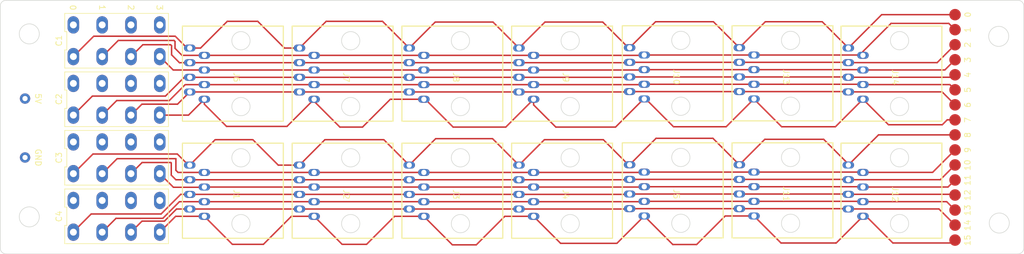
<source format=kicad_pcb>
(kicad_pcb (version 20211014) (generator pcbnew)
  (layers (0 "F.Cu" signal) (31 "B.Cu" signal) (34 "B.Paste" user) (35 "F.Paste" user) (36 "B.SilkS" user "B.Silkscreen") (37 "F.SilkS" user "F.Silkscreen") (38 "B.Mask" user) (39 "F.Mask" user) (44 "Edge.Cuts" user))
  (net 0 "")
  (net 1 "Net-(C1-Pad1)")
  (net 2 "Net-(C1-Pad2)")
  (net 3 "Net-(C1-Pad3)")
  (net 4 "Net-(C1-Pad4)")
  (net 5 "Net-(C2-Pad1)")
  (net 6 "Net-(C2-Pad2)")
  (net 7 "Net-(C2-Pad3)")
  (net 8 "Net-(C2-Pad4)")
  (net 9 "Net-(C3-Pad1)")
  (net 10 "Net-(C3-Pad2)")
  (net 11 "Net-(C3-Pad3)")
  (net 12 "Net-(C3-Pad4)")
  (net 25 "Net-(C4-Pad1)")
  (net 26 "Net-(C4-Pad2)")
  (net 27 "Net-(C4-Pad3)")
  (net 28 "Net-(C4-Pad4)")
  (footprint "Mine:Wurth-8P8C-Vertical" (layer "F.Cu") (at 152.592927 134.356458 -90)
    (fp_text reference "J13")
    (fp_text value "8P8C")
    (fp_circle (center 5.08 -1.27) (end 6.665 -1.27) (layer "Edge.Cuts") (width 0.1) (fill none))
    (fp_circle (center -6.35 -1.27) (end -4.765 -1.27) (layer "Edge.Cuts") (width 0.1) (fill none))
  )
  (footprint "" (layer "F.Cu") (at 182.41426 154.845754)
    (fp_text reference "")
    (fp_text value "")
  )
  (footprint "Mine:#4_sheet_metal_screw_mount" (layer "F.Cu") (at 189.992811 127.307064)
    (fp_text reference "REF**" hide)
    (fp_text value "#4_sheet_metal_screw_mount" hide)
    (fp_circle (center 0 0) (end 1.7399 0) (layer "Edge.Cuts") (width 0.1) (fill none))
  )
  (footprint "" (layer "F.Cu") (at 182.41426 141.801519)
    (fp_text reference "")
    (fp_text value "")
  )
  (footprint "Connector_Pin:Pin_D0.9mm_L10.0mm_W2.4mm_FlatFork" (layer "F.Cu") (at 20.979999 148.333748)
    (fp_text reference "REF**" hide)
    (fp_text value "Pin_D0.9mm_L10.0mm_W2.4mm_FlatFork" hide)
  )
  (footprint "" (layer "F.Cu") (at 182.41426 152.236907)
    (fp_text reference "")
    (fp_text value "")
  )
  (footprint "Mine:Wurth-8P8C-Vertical" (layer "F.Cu") (at 76.237761 154.736671 -90)
    (fp_text reference "J2")
    (fp_text value "8P8C")
    (fp_circle (center 5.08 -1.27) (end 6.665 -1.27) (layer "Edge.Cuts") (width 0.1) (fill none))
    (fp_circle (center -6.35 -1.27) (end -4.765 -1.27) (layer "Edge.Cuts") (width 0.1) (fill none))
  )
  (footprint "Mine:Wurth-8P8C-Vertical" (layer "F.Cu") (at 114.337761 134.416671 -90)
    (fp_text reference "J9")
    (fp_text value "8P8C")
    (fp_circle (center 5.08 -1.27) (end 6.665 -1.27) (layer "Edge.Cuts") (width 0.1) (fill none))
    (fp_circle (center -6.35 -1.27) (end -4.765 -1.27) (layer "Edge.Cuts") (width 0.1) (fill none))
  )
  (footprint "Mine:#4_sheet_metal_screw_mount" (layer "F.Cu") (at 21.71551 158.640898)
    (fp_text reference "REF**" hide)
    (fp_text value "#4_sheet_metal_screw_mount" hide)
    (fp_circle (center 0 0) (end 1.7399 0) (layer "Edge.Cuts") (width 0.1) (fill none))
  )
  (footprint "Mine:Wurth-8P8C-Vertical" (layer "F.Cu") (at 114.337761 154.736671 -90)
    (fp_text reference "J4")
    (fp_text value "8P8C")
    (fp_circle (center -6.35 -1.27) (end -4.765 -1.27) (layer "Edge.Cuts") (width 0.1) (fill none))
    (fp_circle (center 5.08 -1.27) (end 6.665 -1.27) (layer "Edge.Cuts") (width 0.1) (fill none))
  )
  (footprint "" (layer "F.Cu") (at 182.41426 147.019213)
    (fp_text reference "")
    (fp_text value "")
  )
  (footprint "Mine:Weidmuller-4-vertical" (layer "F.Cu") (at 36.867761 148.386671)
    (fp_text reference "C3")
    (fp_text value "Conn_02x04_Counter_Clockwise" hide)
  )
  (footprint "Connector_Pin:Pin_D0.9mm_L10.0mm_W2.4mm_FlatFork" (layer "F.Cu") (at 20.977469 138.105317)
    (fp_text reference "REF**" hide)
    (fp_text value "Pin_D0.9mm_L10.0mm_W2.4mm_FlatFork" hide)
  )
  (footprint "Mine:Wurth-8P8C-Vertical" (layer "F.Cu") (at 57.187761 154.736671 -90)
    (fp_text reference "J1")
    (fp_text value "8P8C")
    (fp_circle (center -6.35 -1.27) (end -4.765 -1.27) (layer "Edge.Cuts") (width 0.1) (fill none))
    (fp_circle (center 5.08 -1.27) (end 6.665 -1.27) (layer "Edge.Cuts") (width 0.1) (fill none))
  )
  (footprint "" (layer "F.Cu") (at 182.41426 136.583825)
    (fp_text reference "")
    (fp_text value "")
  )
  (footprint "Mine:Weidmuller-4-vertical" (layer "F.Cu") (at 36.867761 138.226671)
    (fp_text reference "C2")
    (fp_text value "Conn_02x04_Counter_Clockwise" hide)
  )
  (footprint "Mine:Wurth-8P8C-Vertical" (layer "F.Cu") (at 171.508392 154.726976 -90)
    (fp_text reference "J12")
    (fp_text value "8P8C")
    (fp_circle (center 5.08 -1.27) (end 6.665 -1.27) (layer "Edge.Cuts") (width 0.1) (fill none))
    (fp_circle (center -6.35 -1.27) (end -4.765 -1.27) (layer "Edge.Cuts") (width 0.1) (fill none))
  )
  (footprint "Mine:Wurth-8P8C-Vertical" (layer "F.Cu") (at 152.592927 154.676458 -90)
    (fp_text reference "J11")
    (fp_text value "8P8C")
    (fp_circle (center -6.35 -1.27) (end -4.765 -1.27) (layer "Edge.Cuts") (width 0.1) (fill none))
    (fp_circle (center 5.08 -1.27) (end 6.665 -1.27) (layer "Edge.Cuts") (width 0.1) (fill none))
  )
  (footprint "Mine:Wurth-8P8C-Vertical" (layer "F.Cu") (at 57.187761 134.416671 -90)
    (fp_text reference "J6")
    (fp_text value "8P8C")
    (fp_circle (center 5.08 -1.27) (end 6.665 -1.27) (layer "Edge.Cuts") (width 0.1) (fill none))
    (fp_circle (center -6.35 -1.27) (end -4.765 -1.27) (layer "Edge.Cuts") (width 0.1) (fill none))
  )
  (footprint "Mine:Wurth-8P8C-Vertical" (layer "F.Cu") (at 95.287761 134.416671 -90)
    (fp_text reference "J8")
    (fp_text value "8P8C")
    (fp_circle (center -6.35 -1.27) (end -4.765 -1.27) (layer "Edge.Cuts") (width 0.1) (fill none))
    (fp_circle (center 5.08 -1.27) (end 6.665 -1.27) (layer "Edge.Cuts") (width 0.1) (fill none))
  )
  (footprint "" (layer "F.Cu") (at 182.41426 123.53959)
    (fp_text reference "")
    (fp_text value "")
  )
  (footprint "Mine:#4_sheet_metal_screw_mount" (layer "F.Cu") (at 190.090126 159.713231)
    (fp_text reference "REF**" hide)
    (fp_text value "#4_sheet_metal_screw_mount" hide)
    (fp_circle (center 0 0) (end 1.7399 0) (layer "Edge.Cuts") (width 0.1) (fill none))
  )
  (footprint "" (layer "F.Cu") (at 182.41426 126.148437)
    (fp_text reference "")
    (fp_text value "")
  )
  (footprint "Mine:Wurth-8P8C-Vertical" (layer "F.Cu") (at 133.542927 134.356458 -90)
    (fp_text reference "J10")
    (fp_text value "8P8C")
    (fp_circle (center -6.35 -1.27) (end -4.765 -1.27) (layer "Edge.Cuts") (width 0.1) (fill none))
    (fp_circle (center 5.08 -1.27) (end 6.665 -1.27) (layer "Edge.Cuts") (width 0.1) (fill none))
  )
  (footprint "" (layer "F.Cu") (at 182.41426 139.192672)
    (fp_text reference "")
    (fp_text value "")
  )
  (footprint "" (layer "F.Cu") (at 182.41426 133.974978)
    (fp_text reference "")
    (fp_text value "")
  )
  (footprint "" (layer "F.Cu") (at 182.41426 144.410366)
    (fp_text reference "")
    (fp_text value "")
  )
  (footprint "Mine:Wurth-8P8C-Vertical" (layer "F.Cu") (at 95.287761 154.736671 -90)
    (fp_text reference "J3")
    (fp_text value "8P8C")
    (fp_circle (center -6.35 -1.27) (end -4.765 -1.27) (layer "Edge.Cuts") (width 0.1) (fill none))
    (fp_circle (center 5.08 -1.27) (end 6.665 -1.27) (layer "Edge.Cuts") (width 0.1) (fill none))
  )
  (footprint "Mine:Weidmuller-4-vertical" (layer "F.Cu") (at 36.867761 128.066671)
    (fp_text reference "C1")
    (fp_text value "Conn_02x04_Counter_Clockwise" hide)
  )
  (footprint "" (layer "F.Cu") (at 182.41426 149.62806)
    (fp_text reference "")
    (fp_text value "")
  )
  (footprint "Mine:#4_sheet_metal_screw_mount" (layer "F.Cu") (at 21.71551 126.877015)
    (fp_text reference "REF**" hide)
    (fp_text value "#4_sheet_metal_screw_mount" hide)
    (fp_circle (center 0 0) (end 1.7399 0) (layer "Edge.Cuts") (width 0.1) (fill none))
  )
  (footprint "Mine:Wurth-8P8C-Vertical" (layer "F.Cu") (at 133.542927 154.676458 -90)
    (fp_text reference "J5")
    (fp_text value "8P8C")
    (fp_circle (center 5.08 -1.27) (end 6.665 -1.27) (layer "Edge.Cuts") (width 0.1) (fill none))
    (fp_circle (center -6.35 -1.27) (end -4.765 -1.27) (layer "Edge.Cuts") (width 0.1) (fill none))
  )
  (footprint "Mine:Wurth-8P8C-Vertical" (layer "F.Cu") (at 171.508392 134.406976 -90)
    (fp_text reference "J14")
    (fp_text value "8P8C")
    (fp_circle (center 5.08 -1.27) (end 6.665 -1.27) (layer "Edge.Cuts") (width 0.1) (fill none))
    (fp_circle (center -6.35 -1.27) (end -4.765 -1.27) (layer "Edge.Cuts") (width 0.1) (fill none))
  )
  (footprint "" (layer "F.Cu") (at 182.41426 157.454601)
    (fp_text reference "")
    (fp_text value "")
  )
  (footprint "Mine:Weidmuller-4-vertical" (layer "F.Cu") (at 36.867761 158.546671)
    (fp_text reference "C4")
    (fp_text value "Conn_02x04_Counter_Clockwise" hide)
  )
  (footprint "" (layer "F.Cu") (at 182.41426 131.366131)
    (fp_text reference "")
    (fp_text value "")
  )
  (footprint "" (layer "F.Cu") (at 182.41426 162.672303)
    (fp_text reference "")
    (fp_text value "")
  )
  (footprint "" (layer "F.Cu") (at 182.41426 160.063448)
    (fp_text reference "")
    (fp_text value "")
  )
  (footprint "Mine:Wurth-8P8C-Vertical" (layer "F.Cu") (at 76.237761 134.416671 -90)
    (fp_text reference "J7")
    (fp_text value "8P8C")
    (fp_circle (center 5.08 -1.27) (end 6.665 -1.27) (layer "Edge.Cuts") (width 0.1) (fill none))
    (fp_circle (center -6.35 -1.27) (end -4.765 -1.27) (layer "Edge.Cuts") (width 0.1) (fill none))
  )
  (footprint "" (layer "F.Cu") (at 182.41426 128.757284)
    (fp_text reference "")
    (fp_text value "")
  )
  (gr_line (start 17.682935 121.047938) (end 193.347466 121.045883) (layer "Edge.Cuts") (width 0.1))
  (gr_arc (start 193.347466 121.045883) (mid 194.054596 121.338768) (end 194.347466 122.045883) (layer "Edge.Cuts") (width 0.1))
  (gr_arc (start 16.682935 122.047938) (mid 16.972513 121.337518) (end 17.682935 121.047938) (layer "Edge.Cuts") (width 0.1))
  (gr_arc (start 17.682725 165.073516) (mid 16.976093 164.780145) (end 16.682725 164.073516) (layer "Edge.Cuts") (width 0.1))
  (gr_arc (start 194.347466 164.071461) (mid 194.046961 164.770966) (end 193.347466 165.071461) (layer "Edge.Cuts") (width 0.1))
  (gr_line (start 193.347466 165.071461) (end 17.682725 165.073516) (layer "Edge.Cuts") (width 0.1))
  (gr_line (start 194.347466 122.045883) (end 194.347466 164.071461) (layer "Edge.Cuts") (width 0.1))
  (gr_line (start 16.682725 164.073516) (end 16.682935 122.047938) (layer "Edge.Cuts") (width 0.1))
  (gr_text "12" (at 184.586135 154.869618 90) (layer "F.SilkS") (effects (font (size 1 1))))
  (gr_text "10" (at 184.586135 149.6507 90) (layer "F.SilkS") (effects (font (size 1 1))))
  (gr_text "8" (at 184.614993 144.429746 90) (layer "F.SilkS") (effects (font (size 1 1))))
  (gr_text "7" (at 184.614993 141.82059 90) (layer "F.SilkS") (effects (font (size 1 1))))
  (gr_text "2" (at 184.614993 128.77481 90) (layer "F.SilkS") (effects (font (size 1 1))))
  (gr_text "GND" (at 23.263472 148.346648 -90) (layer "F.SilkS") (effects (font (size 1 1))))
  (gr_text "11" (at 184.586135 152.260159 90) (layer "F.SilkS") (effects (font (size 1 1))))
  (gr_text "3\n" (at 184.614993 131.383966 90) (layer "F.SilkS") (effects (font (size 1 1))))
  (gr_text "5" (at 184.614993 136.602278 90) (layer "F.SilkS") (effects (font (size 1 1))))
  (gr_text "0" (at 29.369472 122.308369 90) (layer "F.SilkS") (effects (font (size 1 1))))
  (gr_text "4" (at 184.614993 133.993122 90) (layer "F.SilkS") (effects (font (size 1 1))))
  (gr_text "9" (at 184.614993 147.038904 90) (layer "F.SilkS") (effects (font (size 1 1))))
  (gr_text "3" (at 44.325154 122.308368 -90) (layer "F.SilkS") (effects (font (size 1 1))))
  (gr_text "1" (at 34.377316 122.308368 -90) (layer "F.SilkS") (effects (font (size 1 1))))
  (gr_text "15" (at 184.586135 162.697995 90) (layer "F.SilkS") (effects (font (size 1 1))))
  (gr_text "2" (at 39.351235 122.308368 -90) (layer "F.SilkS") (effects (font (size 1 1))))
  (gr_text "5V" (at 23.263472 138.107947 -90) (layer "F.SilkS") (effects (font (size 1 1))))
  (gr_text "0" (at 184.645805 123.539544 90) (layer "F.SilkS") (effects (font (size 1 1))))
  (gr_text "13" (at 184.586135 157.479077 90) (layer "F.SilkS") (effects (font (size 1 1))))
  (gr_text "14" (at 184.586135 160.088536 90) (layer "F.SilkS") (effects (font (size 1 1))))
  (gr_text "6" (at 184.614993 139.211434 90) (layer "F.SilkS") (effects (font (size 1 1))))
  (gr_text "1" (at 184.614993 126.165654 90) (layer "F.SilkS") (effects (font (size 1 1))))
  (segment (start 32.904103 127.280329) (end 29.367761 130.816671) (width 0.25) (layer "F.Cu") (net 1))
  (segment (start 56.085041 124.698935) (end 61.369012 124.698935) (width 0.25) (layer "F.Cu") (net 1))
  (segment (start 111.229688 124.824744) (end 121.255834 124.824744) (width 0.25) (layer "F.Cu") (net 1))
  (segment (start 49.567761 129.336671) (end 51.447305 129.336671) (width 0.25) (layer "F.Cu") (net 1))
  (segment (start 163.888392 129.30236) (end 163.888392 129.326976) (width 0.25) (layer "F.Cu") (net 1))
  (segment (start 73.255497 124.698935) (end 83.030025 124.698935) (width 0.25) (layer "F.Cu") (net 1))
  (segment (start 61.369012 124.698935) (end 66.006748 129.336671) (width 0.25) (layer "F.Cu") (net 1))
  (segment (start 169.675778 123.53959) (end 182.41426 123.53959) (width 0.25) (layer "F.Cu") (net 1))
  (segment (start 92.179688 124.824744) (end 102.205834 124.824744) (width 0.25) (layer "F.Cu") (net 1))
  (segment (start 49.10414 129.336671) (end 47.047798 127.280329) (width 0.25) (layer "F.Cu") (net 1))
  (segment (start 130.434854 124.764531) (end 140.461 124.764531) (width 0.25) (layer "F.Cu") (net 1))
  (segment (start 140.461 124.764531) (end 144.972927 129.276458) (width 0.25) (layer "F.Cu") (net 1))
  (segment (start 159.350563 124.764531) (end 163.888392 129.30236) (width 0.25) (layer "F.Cu") (net 1))
  (segment (start 144.972927 129.276458) (end 149.484854 124.764531) (width 0.25) (layer "F.Cu") (net 1))
  (segment (start 68.617761 129.336671) (end 73.255497 124.698935) (width 0.25) (layer "F.Cu") (net 1))
  (segment (start 49.567761 129.336671) (end 49.10414 129.336671) (width 0.25) (layer "F.Cu") (net 1))
  (segment (start 66.006748 129.336671) (end 68.617761 129.336671) (width 0.25) (layer "F.Cu") (net 1))
  (segment (start 106.717761 129.336671) (end 111.229688 124.824744) (width 0.25) (layer "F.Cu") (net 1))
  (segment (start 47.047798 127.280329) (end 32.904103 127.280329) (width 0.25) (layer "F.Cu") (net 1))
  (segment (start 51.447305 129.336671) (end 56.085041 124.698935) (width 0.25) (layer "F.Cu") (net 1))
  (segment (start 87.667761 129.336671) (end 92.179688 124.824744) (width 0.25) (layer "F.Cu") (net 1))
  (segment (start 102.205834 124.824744) (end 106.717761 129.336671) (width 0.25) (layer "F.Cu") (net 1))
  (segment (start 83.030025 124.698935) (end 87.667761 129.336671) (width 0.25) (layer "F.Cu") (net 1))
  (segment (start 125.922927 129.276458) (end 130.434854 124.764531) (width 0.25) (layer "F.Cu") (net 1))
  (segment (start 121.255834 124.824744) (end 125.767761 129.336671) (width 0.25) (layer "F.Cu") (net 1))
  (segment (start 163.888392 129.326976) (end 169.675778 123.53959) (width 0.25) (layer "F.Cu") (net 1))
  (segment (start 149.484854 124.764531) (end 159.350563 124.764531) (width 0.25) (layer "F.Cu") (net 1))
  (segment (start 109.257761 130.606671) (end 128.307761 130.606671) (width 0.25) (layer "F.Cu") (net 2))
  (segment (start 171.304489 125.060053) (end 181.325876 125.060053) (width 0.25) (layer "F.Cu") (net 2))
  (segment (start 47.012687 128.193213) (end 46.837132 128.017658) (width 0.25) (layer "F.Cu") (net 2))
  (segment (start 48.232373 130.606671) (end 47.012687 129.386985) (width 0.25) (layer "F.Cu") (net 2))
  (segment (start 47.012687 129.386985) (end 47.012687 128.193213) (width 0.25) (layer "F.Cu") (net 2))
  (segment (start 71.157761 130.606671) (end 90.207761 130.606671) (width 0.25) (layer "F.Cu") (net 2))
  (segment (start 181.325876 125.060053) (end 182.41426 126.148437) (width 0.25) (layer "F.Cu") (net 2))
  (segment (start 46.837132 128.017658) (end 37.166774 128.017658) (width 0.25) (layer "F.Cu") (net 2))
  (segment (start 166.428392 130.596976) (end 166.428392 129.93615) (width 0.25) (layer "F.Cu") (net 2))
  (segment (start 52.107761 130.606671) (end 71.157761 130.606671) (width 0.25) (layer "F.Cu") (net 2))
  (segment (start 128.462927 130.546458) (end 147.512927 130.546458) (width 0.25) (layer "F.Cu") (net 2))
  (segment (start 166.428392 129.93615) (end 171.304489 125.060053) (width 0.25) (layer "F.Cu") (net 2))
  (segment (start 52.107761 130.606671) (end 48.232373 130.606671) (width 0.25) (layer "F.Cu") (net 2))
  (segment (start 37.166774 128.017658) (end 34.367761 130.816671) (width 0.25) (layer "F.Cu") (net 2))
  (segment (start 147.512927 130.546458) (end 166.562927 130.546458) (width 0.25) (layer "F.Cu") (net 2))
  (segment (start 90.207761 130.606671) (end 109.257761 130.606671) (width 0.25) (layer "F.Cu") (net 2))
  (segment (start 125.922927 131.816458) (end 144.972927 131.816458) (width 0.25) (layer "F.Cu") (net 3))
  (segment (start 46.415801 128.930543) (end 46.240246 128.754988) (width 0.25) (layer "F.Cu") (net 3))
  (segment (start 87.667761 131.876671) (end 106.717761 131.876671) (width 0.25) (layer "F.Cu") (net 3))
  (segment (start 106.717761 131.876671) (end 125.767761 131.876671) (width 0.25) (layer "F.Cu") (net 3))
  (segment (start 163.888392 131.866976) (end 179.304568 131.866976) (width 0.25) (layer "F.Cu") (net 3))
  (segment (start 179.304568 131.866976) (end 182.41426 128.757284) (width 0.25) (layer "F.Cu") (net 3))
  (segment (start 144.972927 131.816458) (end 164.022927 131.816458) (width 0.25) (layer "F.Cu") (net 3))
  (segment (start 41.429444 128.754988) (end 39.367761 130.816671) (width 0.25) (layer "F.Cu") (net 3))
  (segment (start 68.617761 131.876671) (end 87.667761 131.876671) (width 0.25) (layer "F.Cu") (net 3))
  (segment (start 46.240246 128.754988) (end 41.429444 128.754988) (width 0.25) (layer "F.Cu") (net 3))
  (segment (start 47.788317 131.876671) (end 47.785127 131.879861) (width 0.25) (layer "F.Cu") (net 3))
  (segment (start 47.785127 131.879861) (end 46.415801 130.510535) (width 0.25) (layer "F.Cu") (net 3))
  (segment (start 46.415801 130.510535) (end 46.415801 128.930543) (width 0.25) (layer "F.Cu") (net 3))
  (segment (start 49.567761 131.876671) (end 47.788317 131.876671) (width 0.25) (layer "F.Cu") (net 3))
  (segment (start 49.567761 131.876671) (end 68.617761 131.876671) (width 0.25) (layer "F.Cu") (net 3))
  (segment (start 90.207761 133.146671) (end 109.257761 133.146671) (width 0.25) (layer "F.Cu") (net 4))
  (segment (start 166.428392 133.136976) (end 180.643415 133.136976) (width 0.25) (layer "F.Cu") (net 4))
  (segment (start 52.107761 133.146671) (end 71.157761 133.146671) (width 0.25) (layer "F.Cu") (net 4))
  (segment (start 46.697761 133.146671) (end 44.367761 130.816671) (width 0.25) (layer "F.Cu") (net 4))
  (segment (start 128.462927 133.086458) (end 147.512927 133.086458) (width 0.25) (layer "F.Cu") (net 4))
  (segment (start 109.257761 133.146671) (end 128.307761 133.146671) (width 0.25) (layer "F.Cu") (net 4))
  (segment (start 180.643415 133.136976) (end 182.41426 131.366131) (width 0.25) (layer "F.Cu") (net 4))
  (segment (start 71.157761 133.146671) (end 90.207761 133.146671) (width 0.25) (layer "F.Cu") (net 4))
  (segment (start 52.107761 133.146671) (end 46.697761 133.146671) (width 0.25) (layer "F.Cu") (net 4))
  (segment (start 147.512927 133.086458) (end 166.562927 133.086458) (width 0.25) (layer "F.Cu") (net 4))
  (segment (start 48.610819 134.416671) (end 45.353698 137.673792) (width 0.25) (layer "F.Cu") (net 5))
  (segment (start 49.567761 134.416671) (end 68.617761 134.416671) (width 0.25) (layer "F.Cu") (net 5))
  (segment (start 144.972927 134.356458) (end 164.022927 134.356458) (width 0.25) (layer "F.Cu") (net 5))
  (segment (start 45.353698 137.673792) (end 32.67064 137.673792) (width 0.25) (layer "F.Cu") (net 5))
  (segment (start 163.888392 134.406976) (end 181.982262 134.406976) (width 0.25) (layer "F.Cu") (net 5))
  (segment (start 32.67064 137.673792) (end 29.367761 140.976671) (width 0.25) (layer "F.Cu") (net 5))
  (segment (start 181.982262 134.406976) (end 182.41426 133.974978) (width 0.25) (layer "F.Cu") (net 5))
  (segment (start 68.617761 134.416671) (end 87.667761 134.416671) (width 0.25) (layer "F.Cu") (net 5))
  (segment (start 87.667761 134.416671) (end 106.717761 134.416671) (width 0.25) (layer "F.Cu") (net 5))
  (segment (start 49.567761 134.416671) (end 48.610819 134.416671) (width 0.25) (layer "F.Cu") (net 5))
  (segment (start 125.922927 134.356458) (end 144.972927 134.356458) (width 0.25) (layer "F.Cu") (net 5))
  (segment (start 106.717761 134.416671) (end 125.767761 134.416671) (width 0.25) (layer "F.Cu") (net 5))
  (segment (start 48.780369 135.686671) (end 46.020807 138.446233) (width 0.25) (layer "F.Cu") (net 6))
  (segment (start 90.207761 135.686671) (end 109.257761 135.686671) (width 0.25) (layer "F.Cu") (net 6))
  (segment (start 52.107761 135.686671) (end 48.780369 135.686671) (width 0.25) (layer "F.Cu") (net 6))
  (segment (start 36.898199 138.446233) (end 34.367761 140.976671) (width 0.25) (layer "F.Cu") (net 6))
  (segment (start 71.157761 135.686671) (end 90.207761 135.686671) (width 0.25) (layer "F.Cu") (net 6))
  (segment (start 128.462927 135.626458) (end 147.512927 135.626458) (width 0.25) (layer "F.Cu") (net 6))
  (segment (start 181.507411 135.676976) (end 182.41426 136.583825) (width 0.25) (layer "F.Cu") (net 6))
  (segment (start 109.257761 135.686671) (end 128.307761 135.686671) (width 0.25) (layer "F.Cu") (net 6))
  (segment (start 46.020807 138.446233) (end 36.898199 138.446233) (width 0.25) (layer "F.Cu") (net 6))
  (segment (start 166.428392 135.676976) (end 181.507411 135.676976) (width 0.25) (layer "F.Cu") (net 6))
  (segment (start 147.512927 135.626458) (end 166.562927 135.626458) (width 0.25) (layer "F.Cu") (net 6))
  (segment (start 52.107761 135.686671) (end 71.157761 135.686671) (width 0.25) (layer "F.Cu") (net 6))
  (segment (start 47.446202 139.07823) (end 41.266202 139.07823) (width 0.25) (layer "F.Cu") (net 7))
  (segment (start 49.567761 136.956671) (end 47.446202 139.07823) (width 0.25) (layer "F.Cu") (net 7))
  (segment (start 125.922927 136.896458) (end 144.972927 136.896458) (width 0.25) (layer "F.Cu") (net 7))
  (segment (start 144.972927 136.896458) (end 164.022927 136.896458) (width 0.25) (layer "F.Cu") (net 7))
  (segment (start 87.667761 136.956671) (end 106.717761 136.956671) (width 0.25) (layer "F.Cu") (net 7))
  (segment (start 163.888392 136.946976) (end 180.168564 136.946976) (width 0.25) (layer "F.Cu") (net 7))
  (segment (start 68.617761 136.956671) (end 87.667761 136.956671) (width 0.25) (layer "F.Cu") (net 7))
  (segment (start 180.168564 136.946976) (end 182.41426 139.192672) (width 0.25) (layer "F.Cu") (net 7))
  (segment (start 49.567761 136.956671) (end 68.617761 136.956671) (width 0.25) (layer "F.Cu") (net 7))
  (segment (start 41.266202 139.07823) (end 39.367761 140.976671) (width 0.25) (layer "F.Cu") (net 7))
  (segment (start 106.717761 136.956671) (end 125.767761 136.956671) (width 0.25) (layer "F.Cu") (net 7))
  (segment (start 128.713451 138.166458) (end 133.541851 142.994858) (width 0.25) (layer "F.Cu") (net 8))
  (segment (start 52.107761 139.089745) (end 55.959232 142.941216) (width 0.25) (layer "F.Cu") (net 8))
  (segment (start 55.959232 142.941216) (end 66.443216 142.941216) (width 0.25) (layer "F.Cu") (net 8))
  (segment (start 166.428392 138.216976) (end 170.859299 142.647883) (width 0.25) (layer "F.Cu") (net 8))
  (segment (start 95.286685 143.055071) (end 104.429361 143.055071) (width 0.25) (layer "F.Cu") (net 8))
  (segment (start 113.109603 143.055071) (end 123.479361 143.055071) (width 0.25) (layer "F.Cu") (net 8))
  (segment (start 49.357761 140.976671) (end 44.367761 140.976671) (width 0.25) (layer "F.Cu") (net 8))
  (segment (start 71.157761 138.226671) (end 71.157761 138.583778) (width 0.25) (layer "F.Cu") (net 8))
  (segment (start 52.107761 138.226671) (end 52.107761 139.089745) (width 0.25) (layer "F.Cu") (net 8))
  (segment (start 133.541851 142.994858) (end 142.684527 142.994858) (width 0.25) (layer "F.Cu") (net 8))
  (segment (start 142.684527 142.994858) (end 147.512927 138.166458) (width 0.25) (layer "F.Cu") (net 8))
  (segment (start 52.107761 138.226671) (end 49.357761 140.976671) (width 0.25) (layer "F.Cu") (net 8))
  (segment (start 152.312341 142.994858) (end 161.65051 142.994858) (width 0.25) (layer "F.Cu") (net 8))
  (segment (start 161.65051 142.994858) (end 166.428392 138.216976) (width 0.25) (layer "F.Cu") (net 8))
  (segment (start 109.257761 138.226671) (end 109.257761 139.203229) (width 0.25) (layer "F.Cu") (net 8))
  (segment (start 180.200511 142.647883) (end 181.046875 141.801519) (width 0.25) (layer "F.Cu") (net 8))
  (segment (start 170.859299 142.647883) (end 180.200511 142.647883) (width 0.25) (layer "F.Cu") (net 8))
  (segment (start 75.629054 143.055071) (end 79.56058 143.055071) (width 0.25) (layer "F.Cu") (net 8))
  (segment (start 109.257761 139.203229) (end 113.109603 143.055071) (width 0.25) (layer "F.Cu") (net 8))
  (segment (start 71.157761 138.583778) (end 75.629054 143.055071) (width 0.25) (layer "F.Cu") (net 8))
  (segment (start 123.479361 143.055071) (end 128.307761 138.226671) (width 0.25) (layer "F.Cu") (net 8))
  (segment (start 104.429361 143.055071) (end 109.257761 138.226671) (width 0.25) (layer "F.Cu") (net 8))
  (segment (start 79.56058 143.055071) (end 84.38898 138.226671) (width 0.25) (layer "F.Cu") (net 8))
  (segment (start 90.458285 138.226671) (end 95.286685 143.055071) (width 0.25) (layer "F.Cu") (net 8))
  (segment (start 181.046875 141.801519) (end 182.41426 141.801519) (width 0.25) (layer "F.Cu") (net 8))
  (segment (start 66.443216 142.941216) (end 71.157761 138.226671) (width 0.25) (layer "F.Cu") (net 8))
  (segment (start 90.207761 138.226671) (end 90.458285 138.226671) (width 0.25) (layer "F.Cu") (net 8))
  (segment (start 128.462927 138.166458) (end 128.713451 138.166458) (width 0.25) (layer "F.Cu") (net 8))
  (segment (start 147.512927 138.166458) (end 147.512927 138.195444) (width 0.25) (layer "F.Cu") (net 8))
  (segment (start 84.38898 138.226671) (end 90.207761 138.226671) (width 0.25) (layer "F.Cu") (net 8))
  (segment (start 147.512927 138.195444) (end 152.312341 142.994858) (width 0.25) (layer "F.Cu") (net 8))
  (segment (start 87.667761 149.656671) (end 83.250342 145.239252) (width 0.25) (layer "F.Cu") (net 9))
  (segment (start 60.514521 145.239252) (end 53.98518 145.239252) (width 0.25) (layer "F.Cu") (net 9))
  (segment (start 125.767761 149.656671) (end 121.350342 145.239252) (width 0.25) (layer "F.Cu") (net 9))
  (segment (start 106.717761 149.656671) (end 102.125608 145.064518) (width 0.25) (layer "F.Cu") (net 9))
  (segment (start 68.617761 149.656671) (end 64.93194 149.656671) (width 0.25) (layer "F.Cu") (net 9))
  (segment (start 111.13518 145.239252) (end 106.717761 149.656671) (width 0.25) (layer "F.Cu") (net 9))
  (segment (start 164.022927 149.596458) (end 159.605508 145.179039) (width 0.25) (layer "F.Cu") (net 9))
  (segment (start 140.380774 145.004305) (end 130.51508 145.004305) (width 0.25) (layer "F.Cu") (net 9))
  (segment (start 121.350342 145.239252) (end 111.13518 145.239252) (width 0.25) (layer "F.Cu") (net 9))
  (segment (start 32.772118 147.732314) (end 29.367761 151.136671) (width 0.25) (layer "F.Cu") (net 9))
  (segment (start 64.93194 149.656671) (end 60.514521 145.239252) (width 0.25) (layer "F.Cu") (net 9))
  (segment (start 130.51508 145.004305) (end 125.922927 149.596458) (width 0.25) (layer "F.Cu") (net 9))
  (segment (start 149.390346 145.179039) (end 144.972927 149.596458) (width 0.25) (layer "F.Cu") (net 9))
  (segment (start 169.125002 144.410366) (end 182.41426 144.410366) (width 0.25) (layer "F.Cu") (net 9))
  (segment (start 83.250342 145.239252) (end 73.03518 145.239252) (width 0.25) (layer "F.Cu") (net 9))
  (segment (start 144.972927 149.596458) (end 140.380774 145.004305) (width 0.25) (layer "F.Cu") (net 9))
  (segment (start 159.605508 145.179039) (end 149.390346 145.179039) (width 0.25) (layer "F.Cu") (net 9))
  (segment (start 47.418199 147.732314) (end 32.772118 147.732314) (width 0.25) (layer "F.Cu") (net 9))
  (segment (start 53.98518 145.239252) (end 49.567761 149.656671) (width 0.25) (layer "F.Cu") (net 9))
  (segment (start 92.259914 145.064518) (end 87.667761 149.656671) (width 0.25) (layer "F.Cu") (net 9))
  (segment (start 49.342556 149.656671) (end 47.418199 147.732314) (width 0.25) (layer "F.Cu") (net 9))
  (segment (start 163.888392 149.646976) (end 169.125002 144.410366) (width 0.25) (layer "F.Cu") (net 9))
  (segment (start 49.567761 149.656671) (end 49.342556 149.656671) (width 0.25) (layer "F.Cu") (net 9))
  (segment (start 73.03518 145.239252) (end 68.617761 149.656671) (width 0.25) (layer "F.Cu") (net 9))
  (segment (start 102.125608 145.064518) (end 92.259914 145.064518) (width 0.25) (layer "F.Cu") (net 9))
  (segment (start 166.428392 150.916976) (end 178.516497 150.916976) (width 0.25) (layer "F.Cu") (net 10))
  (segment (start 47.1654 148.532843) (end 36.971589 148.532843) (width 0.25) (layer "F.Cu") (net 10))
  (segment (start 90.207761 150.926671) (end 71.157761 150.926671) (width 0.25) (layer "F.Cu") (net 10))
  (segment (start 47.1654 150.555234) (end 47.1654 148.532843) (width 0.25) (layer "F.Cu") (net 10))
  (segment (start 36.971589 148.532843) (end 34.367761 151.136671) (width 0.25) (layer "F.Cu") (net 10))
  (segment (start 47.536837 150.926671) (end 47.1654 150.555234) (width 0.25) (layer "F.Cu") (net 10))
  (segment (start 128.307761 150.926671) (end 109.257761 150.926671) (width 0.25) (layer "F.Cu") (net 10))
  (segment (start 71.157761 150.926671) (end 52.107761 150.926671) (width 0.25) (layer "F.Cu") (net 10))
  (segment (start 166.562927 150.866458) (end 147.512927 150.866458) (width 0.25) (layer "F.Cu") (net 10))
  (segment (start 147.512927 150.866458) (end 128.462927 150.866458) (width 0.25) (layer "F.Cu") (net 10))
  (segment (start 178.516497 150.916976) (end 182.41426 147.019213) (width 0.25) (layer "F.Cu") (net 10))
  (segment (start 109.257761 150.926671) (end 90.207761 150.926671) (width 0.25) (layer "F.Cu") (net 10))
  (segment (start 52.107761 150.926671) (end 47.536837 150.926671) (width 0.25) (layer "F.Cu") (net 10))
  (segment (start 46.280604 149.206973) (end 41.297459 149.206973) (width 0.25) (layer "F.Cu") (net 11))
  (segment (start 49.567761 152.196671) (end 68.617761 152.196671) (width 0.25) (layer "F.Cu") (net 11))
  (segment (start 47.163646 152.196671) (end 46.36487 151.397895) (width 0.25) (layer "F.Cu") (net 11))
  (segment (start 46.36487 151.397895) (end 46.36487 149.291239) (width 0.25) (layer "F.Cu") (net 11))
  (segment (start 41.297459 149.206973) (end 39.367761 151.136671) (width 0.25) (layer "F.Cu") (net 11))
  (segment (start 106.717761 152.196671) (end 87.667761 152.196671) (width 0.25) (layer "F.Cu") (net 11))
  (segment (start 87.667761 152.196671) (end 68.617761 152.196671) (width 0.25) (layer "F.Cu") (net 11))
  (segment (start 144.972927 152.136458) (end 164.022927 152.136458) (width 0.25) (layer "F.Cu") (net 11))
  (segment (start 179.855344 152.186976) (end 182.41426 149.62806) (width 0.25) (layer "F.Cu") (net 11))
  (segment (start 144.972927 152.136458) (end 125.922927 152.136458) (width 0.25) (layer "F.Cu") (net 11))
  (segment (start 163.888392 152.186976) (end 179.855344 152.186976) (width 0.25) (layer "F.Cu") (net 11))
  (segment (start 46.36487 149.291239) (end 46.280604 149.206973) (width 0.25) (layer "F.Cu") (net 11))
  (segment (start 49.567761 152.196671) (end 47.163646 152.196671) (width 0.25) (layer "F.Cu") (net 11))
  (segment (start 106.717761 152.196671) (end 125.767761 152.196671) (width 0.25) (layer "F.Cu") (net 11))
  (segment (start 181.194191 153.456976) (end 182.41426 152.236907) (width 0.25) (layer "F.Cu") (net 12))
  (segment (start 46.735642 153.504552) (end 44.367761 151.136671) (width 0.25) (layer "F.Cu") (net 12))
  (segment (start 109.257761 153.466671) (end 128.307761 153.466671) (width 0.25) (layer "F.Cu") (net 12))
  (segment (start 166.428392 153.456976) (end 181.194191 153.456976) (width 0.25) (layer "F.Cu") (net 12))
  (segment (start 52.06988 153.504552) (end 46.735642 153.504552) (width 0.25) (layer "F.Cu") (net 12))
  (segment (start 52.107761 153.466671) (end 52.06988 153.504552) (width 0.25) (layer "F.Cu") (net 12))
  (segment (start 90.207761 153.466671) (end 109.257761 153.466671) (width 0.25) (layer "F.Cu") (net 12))
  (segment (start 71.157761 153.466671) (end 90.207761 153.466671) (width 0.25) (layer "F.Cu") (net 12))
  (segment (start 147.512927 153.406458) (end 166.562927 153.406458) (width 0.25) (layer "F.Cu") (net 12))
  (segment (start 128.462927 153.406458) (end 147.512927 153.406458) (width 0.25) (layer "F.Cu") (net 12))
  (segment (start 71.157761 153.466671) (end 52.107761 153.466671) (width 0.25) (layer "F.Cu") (net 12))
  (segment (start 68.617761 154.736671) (end 87.667761 154.736671) (width 0.25) (layer "F.Cu") (net 25))
  (segment (start 49.567761 154.736671) (end 68.617761 154.736671) (width 0.25) (layer "F.Cu") (net 25))
  (segment (start 125.922927 154.676458) (end 144.972927 154.676458) (width 0.25) (layer "F.Cu") (net 25))
  (segment (start 29.367761 161.232373) (end 29.367761 161.296671) (width 0.25) (layer "F.Cu") (net 25))
  (segment (start 32.460939 158.139195) (end 29.367761 161.232373) (width 0.25) (layer "F.Cu") (net 25))
  (segment (start 44.595279 158.139195) (end 32.460939 158.139195) (width 0.25) (layer "F.Cu") (net 25))
  (segment (start 164.022927 154.676458) (end 144.972927 154.676458) (width 0.25) (layer "F.Cu") (net 25))
  (segment (start 87.667761 154.736671) (end 106.717761 154.736671) (width 0.25) (layer "F.Cu") (net 25))
  (segment (start 125.767761 154.736671) (end 106.717761 154.736671) (width 0.25) (layer "F.Cu") (net 25))
  (segment (start 182.295482 154.726976) (end 182.41426 154.845754) (width 0.25) (layer "F.Cu") (net 25))
  (segment (start 47.997803 154.736671) (end 44.595279 158.139195) (width 0.25) (layer "F.Cu") (net 25))
  (segment (start 49.567761 154.736671) (end 47.997803 154.736671) (width 0.25) (layer "F.Cu") (net 25))
  (segment (start 163.888392 154.726976) (end 182.295482 154.726976) (width 0.25) (layer "F.Cu") (net 25))
  (segment (start 109.257761 156.006671) (end 90.207761 156.006671) (width 0.25) (layer "F.Cu") (net 26))
  (segment (start 180.956635 155.996976) (end 182.41426 157.454601) (width 0.25) (layer "F.Cu") (net 26))
  (segment (start 166.428392 155.996976) (end 180.956635 155.996976) (width 0.25) (layer "F.Cu") (net 26))
  (segment (start 52.107761 156.006671) (end 47.781132 156.006671) (width 0.25) (layer "F.Cu") (net 26))
  (segment (start 128.307761 156.006671) (end 109.257761 156.006671) (width 0.25) (layer "F.Cu") (net 26))
  (segment (start 90.207761 156.006671) (end 71.157761 156.006671) (width 0.25) (layer "F.Cu") (net 26))
  (segment (start 44.890211 158.897592) (end 36.76684 158.897592) (width 0.25) (layer "F.Cu") (net 26))
  (segment (start 71.157761 156.006671) (end 52.107761 156.006671) (width 0.25) (layer "F.Cu") (net 26))
  (segment (start 47.781132 156.006671) (end 44.890211 158.897592) (width 0.25) (layer "F.Cu") (net 26))
  (segment (start 36.76684 158.897592) (end 34.367761 161.296671) (width 0.25) (layer "F.Cu") (net 26))
  (segment (start 166.562927 155.946458) (end 147.512927 155.946458) (width 0.25) (layer "F.Cu") (net 26))
  (segment (start 147.512927 155.946458) (end 128.462927 155.946458) (width 0.25) (layer "F.Cu") (net 26))
  (segment (start 179.617788 157.266976) (end 182.41426 160.063448) (width 0.25) (layer "F.Cu") (net 27))
  (segment (start 125.922927 157.216458) (end 144.972927 157.216458) (width 0.25) (layer "F.Cu") (net 27))
  (segment (start 68.617761 157.276671) (end 87.667761 157.276671) (width 0.25) (layer "F.Cu") (net 27))
  (segment (start 87.667761 157.276671) (end 106.717761 157.276671) (width 0.25) (layer "F.Cu") (net 27))
  (segment (start 45.176716 159.37791) (end 41.286522 159.37791) (width 0.25) (layer "F.Cu") (net 27))
  (segment (start 49.567761 157.276671) (end 47.277955 157.276671) (width 0.25) (layer "F.Cu") (net 27))
  (segment (start 47.277955 157.276671) (end 45.176716 159.37791) (width 0.25) (layer "F.Cu") (net 27))
  (segment (start 49.567761 157.276671) (end 68.617761 157.276671) (width 0.25) (layer "F.Cu") (net 27))
  (segment (start 106.717761 157.276671) (end 125.767761 157.276671) (width 0.25) (layer "F.Cu") (net 27))
  (segment (start 41.286522 159.37791) (end 39.367761 161.296671) (width 0.25) (layer "F.Cu") (net 27))
  (segment (start 163.888392 157.266976) (end 179.617788 157.266976) (width 0.25) (layer "F.Cu") (net 27))
  (segment (start 144.972927 157.216458) (end 164.022927 157.216458) (width 0.25) (layer "F.Cu") (net 27))
  (segment (start 113.947995 163.236905) (end 123.71248 163.236905) (width 0.25) (layer "F.Cu") (net 28))
  (segment (start 67.214202 158.546671) (end 62.349233 163.41164) (width 0.25) (layer "F.Cu") (net 28))
  (segment (start 161.806222 163.159146) (end 161.726196 163.159146) (width 0.25) (layer "F.Cu") (net 28))
  (segment (start 166.428392 158.536976) (end 166.985317 158.536976) (width 0.25) (layer "F.Cu") (net 28))
  (segment (start 80.259518 163.41164) (end 76.02273 163.41164) (width 0.25) (layer "F.Cu") (net 28))
  (segment (start 123.71248 163.236905) (end 128.462927 158.486458) (width 0.25) (layer "F.Cu") (net 28))
  (segment (start 104.257914 158.546671) (end 99.305578 163.499007) (width 0.25) (layer "F.Cu") (net 28))
  (segment (start 76.02273 163.41164) (end 71.157761 158.546671) (width 0.25) (layer "F.Cu") (net 28))
  (segment (start 181.911304 163.175259) (end 182.41426 162.672303) (width 0.25) (layer "F.Cu") (net 28))
  (segment (start 166.428392 158.536976) (end 161.806222 163.159146) (width 0.25) (layer "F.Cu") (net 28))
  (segment (start 171.6236 163.175259) (end 181.911304 163.175259) (width 0.25) (layer "F.Cu") (net 28))
  (segment (start 71.157761 158.546671) (end 67.214202 158.546671) (width 0.25) (layer "F.Cu") (net 28))
  (segment (start 56.97273 163.41164) (end 52.107761 158.546671) (width 0.25) (layer "F.Cu") (net 28))
  (segment (start 133.415263 163.438794) (end 128.462927 158.486458) (width 0.25) (layer "F.Cu") (net 28))
  (segment (start 109.257761 158.546671) (end 104.257914 158.546671) (width 0.25) (layer "F.Cu") (net 28))
  (segment (start 161.726196 163.159146) (end 161.70865 163.176692) (width 0.25) (layer "F.Cu") (net 28))
  (segment (start 152.203161 163.176692) (end 147.512927 158.486458) (width 0.25) (layer "F.Cu") (net 28))
  (segment (start 99.305578 163.499007) (end 95.160097 163.499007) (width 0.25) (layer "F.Cu") (net 28))
  (segment (start 166.985317 158.536976) (end 171.6236 163.175259) (width 0.25) (layer "F.Cu") (net 28))
  (segment (start 47.117761 158.546671) (end 44.367761 161.296671) (width 0.25) (layer "F.Cu") (net 28))
  (segment (start 52.107761 158.546671) (end 47.117761 158.546671) (width 0.25) (layer "F.Cu") (net 28))
  (segment (start 95.160097 163.499007) (end 90.207761 158.546671) (width 0.25) (layer "F.Cu") (net 28))
  (segment (start 147.512927 158.486458) (end 142.51308 158.486458) (width 0.25) (layer "F.Cu") (net 28))
  (segment (start 137.560744 163.438794) (end 133.415263 163.438794) (width 0.25) (layer "F.Cu") (net 28))
  (segment (start 142.51308 158.486458) (end 137.560744 163.438794) (width 0.25) (layer "F.Cu") (net 28))
  (segment (start 62.349233 163.41164) (end 56.97273 163.41164) (width 0.25) (layer "F.Cu") (net 28))
  (segment (start 85.124487 158.546671) (end 80.259518 163.41164) (width 0.25) (layer "F.Cu") (net 28))
  (segment (start 90.207761 158.546671) (end 85.124487 158.546671) (width 0.25) (layer "F.Cu") (net 28))
  (segment (start 161.70865 163.176692) (end 152.203161 163.176692) (width 0.25) (layer "F.Cu") (net 28))
  (segment (start 109.257761 158.546671) (end 113.947995 163.236905) (width 0.25) (layer "F.Cu") (net 28))
)
</source>
